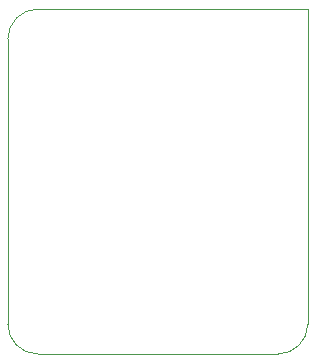
<source format=gbr>
%TF.GenerationSoftware,KiCad,Pcbnew,8.0.2*%
%TF.CreationDate,2024-06-13T10:19:09+02:00*%
%TF.ProjectId,Lora_2__BUS,4c6f7261-5f32-45fb-9542-55532e6b6963,rev?*%
%TF.SameCoordinates,Original*%
%TF.FileFunction,Profile,NP*%
%FSLAX46Y46*%
G04 Gerber Fmt 4.6, Leading zero omitted, Abs format (unit mm)*
G04 Created by KiCad (PCBNEW 8.0.2) date 2024-06-13 10:19:09*
%MOMM*%
%LPD*%
G01*
G04 APERTURE LIST*
%TA.AperFunction,Profile*%
%ADD10C,0.050000*%
%TD*%
G04 APERTURE END LIST*
D10*
%TO.C,LoRA_breakout1*%
X116822000Y-107057000D02*
X116822000Y-82927000D01*
X119362000Y-80387000D02*
X142222000Y-80387000D01*
X139682000Y-109597000D02*
X119362000Y-109597000D01*
X142222000Y-80387000D02*
X142222000Y-107057000D01*
X116822000Y-82927000D02*
G75*
G02*
X119362000Y-80387000I2540001J-1D01*
G01*
X119362000Y-109597000D02*
G75*
G02*
X116822000Y-107057000I1J2540001D01*
G01*
X142222000Y-107057000D02*
G75*
G02*
X139682000Y-109597000I-2540000J0D01*
G01*
%TD*%
M02*

</source>
